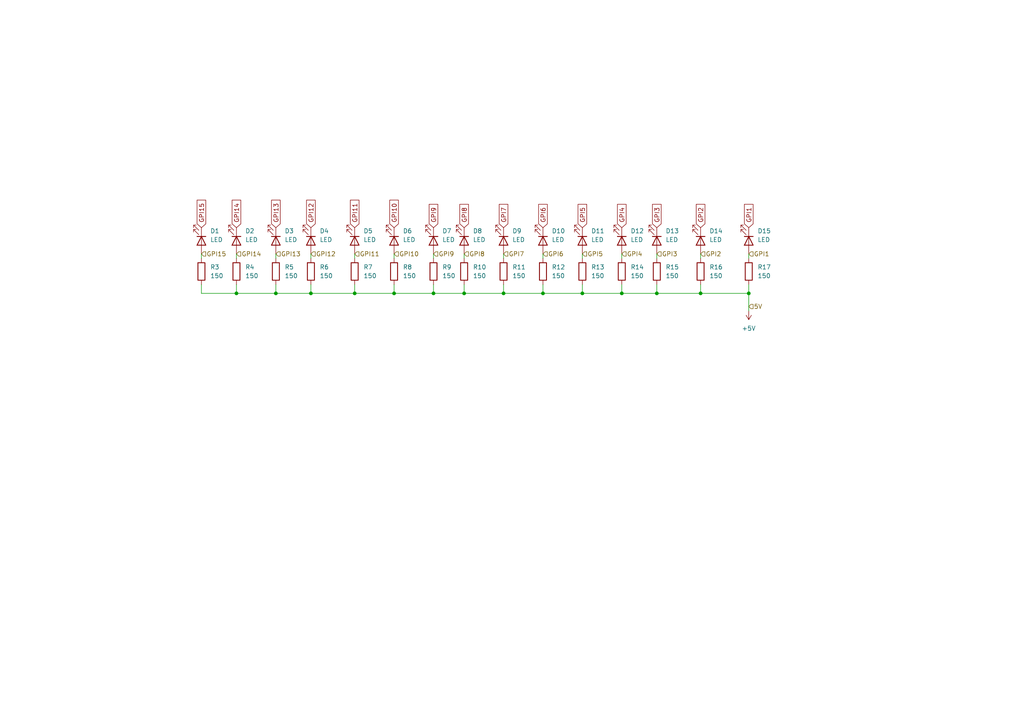
<source format=kicad_sch>
(kicad_sch (version 20231120) (generator "eeschema") (generator_version "8.0")
  (paper "A4")
  (lib_symbols
    (symbol "Device:LED" (pin_numbers hide) (pin_names (offset 1.016) hide)
      (property "Reference" "D" (at 0 2.54 0))
      (property "Value" "LED" (at 0 -2.54 0))
      (symbol "LED_0_1"
        (polyline (pts (xy -1.27 -1.27) (xy -1.27 1.27)) (stroke (width 0.254)))
        (polyline (pts (xy -1.27 0) (xy 1.27 0)))
        (polyline (pts (xy 1.27 -1.27) (xy 1.27 1.27) (xy -1.27 0) (xy 1.27 -1.27)) (stroke (width 0.254)))
        (polyline (pts (xy -3.048 -0.762) (xy -4.572 -2.286) (xy -3.81 -2.286) (xy -4.572 -2.286) (xy -4.572 -1.524)))
        (polyline (pts (xy -1.778 -0.762) (xy -3.302 -2.286) (xy -2.54 -2.286) (xy -3.302 -2.286) (xy -3.302 -1.524)))
      )
      (symbol "LED_1_1"
        (pin passive line (at -3.81 0 0) (length 2.54) (name "K") (number "1"))
        (pin passive line (at 3.81 0 180) (length 2.54) (name "A") (number "2"))
      )
    )
    (symbol "Device:R" (pin_numbers hide) (pin_names (offset 0))
      (property "Reference" "R" (at 2.032 0 90))
      (property "Value" "R" (at 0 0 90))
      (symbol "R_0_1"
        (rectangle (start -1.016 -2.54) (end 1.016 2.54) (stroke (width 0.254)))
      )
      (symbol "R_1_1"
        (pin passive line (at 0 3.81 270) (length 1.27) (name "~") (number "1"))
        (pin passive line (at 0 -3.81 90) (length 1.27) (name "~") (number "2"))
      )
    )
    (symbol "power:+5V" (power) (pin_numbers hide) (pin_names (offset 0) hide)
      (property "Value" "+5V" (at 0 3.556 0))
      (symbol "+5V_0_1"
        (polyline (pts (xy -0.762 1.27) (xy 0 2.54)))
        (polyline (pts (xy 0 0) (xy 0 2.54)))
        (polyline (pts (xy 0 2.54) (xy 0.762 1.27)))
      )
      (symbol "+5V_1_1"
        (pin power_in line (at 0 0 90) (length 0) (name "~") (number "1"))
      )
    )
  )
  (junction (at 146.05 85.09))
  (junction (at 168.91 85.09))
  (junction (at 125.73 85.09))
  (junction (at 134.62 85.09))
  (junction (at 90.17 85.09))
  (junction (at 102.87 85.09))
  (junction (at 114.3 85.09))
  (junction (at 157.48 85.09))
  (junction (at 203.2 85.09))
  (junction (at 190.5 85.09))
  (junction (at 217.17 85.09))
  (junction (at 68.58 85.09))
  (junction (at 80.01 85.09))
  (junction (at 180.34 85.09))
  (wire (pts (xy 180.34 82.55) (xy 180.34 85.09)))
  (wire (pts (xy 190.5 74.93) (xy 190.5 73.66)))
  (wire (pts (xy 146.05 85.09) (xy 157.48 85.09)))
  (wire (pts (xy 90.17 82.55) (xy 90.17 85.09)))
  (wire (pts (xy 217.17 74.93) (xy 217.17 73.66)))
  (wire (pts (xy 80.01 82.55) (xy 80.01 85.09)))
  (wire (pts (xy 168.91 74.93) (xy 168.91 73.66)))
  (wire (pts (xy 217.17 85.09) (xy 217.17 82.55)))
  (wire (pts (xy 157.48 82.55) (xy 157.48 85.09)))
  (wire (pts (xy 134.62 74.93) (xy 134.62 73.66)))
  (wire (pts (xy 68.58 82.55) (xy 68.58 85.09)))
  (wire (pts (xy 102.87 82.55) (xy 102.87 85.09)))
  (wire (pts (xy 134.62 82.55) (xy 134.62 85.09)))
  (wire (pts (xy 217.17 90.17) (xy 217.17 85.09)))
  (wire (pts (xy 125.73 82.55) (xy 125.73 85.09)))
  (wire (pts (xy 203.2 82.55) (xy 203.2 85.09)))
  (wire (pts (xy 125.73 85.09) (xy 134.62 85.09)))
  (wire (pts (xy 58.42 74.93) (xy 58.42 73.66)))
  (wire (pts (xy 114.3 82.55) (xy 114.3 85.09)))
  (wire (pts (xy 203.2 73.66) (xy 203.2 74.93)))
  (wire (pts (xy 180.34 74.93) (xy 180.34 73.66)))
  (wire (pts (xy 180.34 85.09) (xy 190.5 85.09)))
  (wire (pts (xy 80.01 85.09) (xy 90.17 85.09)))
  (wire (pts (xy 90.17 85.09) (xy 102.87 85.09)))
  (wire (pts (xy 157.48 74.93) (xy 157.48 73.66)))
  (wire (pts (xy 125.73 74.93) (xy 125.73 73.66)))
  (wire (pts (xy 80.01 74.93) (xy 80.01 73.66)))
  (wire (pts (xy 68.58 85.09) (xy 80.01 85.09)))
  (wire (pts (xy 68.58 74.93) (xy 68.58 73.66)))
  (wire (pts (xy 90.17 74.93) (xy 90.17 73.66)))
  (wire (pts (xy 134.62 85.09) (xy 146.05 85.09)))
  (wire (pts (xy 58.42 82.55) (xy 58.42 85.09)))
  (wire (pts (xy 114.3 85.09) (xy 125.73 85.09)))
  (wire (pts (xy 102.87 85.09) (xy 114.3 85.09)))
  (wire (pts (xy 102.87 74.93) (xy 102.87 73.66)))
  (wire (pts (xy 114.3 74.93) (xy 114.3 73.66)))
  (wire (pts (xy 157.48 85.09) (xy 168.91 85.09)))
  (wire (pts (xy 190.5 82.55) (xy 190.5 85.09)))
  (wire (pts (xy 203.2 85.09) (xy 217.17 85.09)))
  (wire (pts (xy 146.05 74.93) (xy 146.05 73.66)))
  (wire (pts (xy 168.91 85.09) (xy 180.34 85.09)))
  (wire (pts (xy 58.42 85.09) (xy 68.58 85.09)))
  (wire (pts (xy 146.05 82.55) (xy 146.05 85.09)))
  (wire (pts (xy 190.5 85.09) (xy 203.2 85.09)))
  (wire (pts (xy 168.91 82.55) (xy 168.91 85.09)))
  (global_label "GPI2" (shape input) (at 203.2 66.04 90) (property "Intersheetrefs" "${INTERSHEET_REFS}" (effects (hide yes))))
  (global_label "GPI13" (shape input) (at 80.01 66.04 90) (property "Intersheetrefs" "${INTERSHEET_REFS}" (effects (hide yes))))
  (global_label "GPI8" (shape input) (at 134.62 66.04 90) (property "Intersheetrefs" "${INTERSHEET_REFS}" (effects (hide yes))))
  (global_label "GPI11" (shape input) (at 102.87 66.04 90) (property "Intersheetrefs" "${INTERSHEET_REFS}" (effects (hide yes))))
  (global_label "GPI7" (shape input) (at 146.05 66.04 90) (property "Intersheetrefs" "${INTERSHEET_REFS}" (effects (hide yes))))
  (global_label "GPI15" (shape input) (at 58.42 66.04 90) (property "Intersheetrefs" "${INTERSHEET_REFS}" (effects (hide yes))))
  (global_label "GPI4" (shape input) (at 180.34 66.04 90) (property "Intersheetrefs" "${INTERSHEET_REFS}" (effects (hide yes))))
  (global_label "GPI3" (shape input) (at 190.5 66.04 90) (property "Intersheetrefs" "${INTERSHEET_REFS}" (effects (hide yes))))
  (global_label "GPI1" (shape input) (at 217.17 66.04 90) (property "Intersheetrefs" "${INTERSHEET_REFS}" (effects (hide yes))))
  (global_label "GPI14" (shape input) (at 68.58 66.04 90) (property "Intersheetrefs" "${INTERSHEET_REFS}" (effects (hide yes))))
  (global_label "GPI6" (shape input) (at 157.48 66.04 90) (property "Intersheetrefs" "${INTERSHEET_REFS}" (effects (hide yes))))
  (global_label "GPI5" (shape input) (at 168.91 66.04 90) (property "Intersheetrefs" "${INTERSHEET_REFS}" (effects (hide yes))))
  (global_label "GPI9" (shape input) (at 125.73 66.04 90) (property "Intersheetrefs" "${INTERSHEET_REFS}" (effects (hide yes))))
  (global_label "GPI10" (shape input) (at 114.3 66.04 90) (property "Intersheetrefs" "${INTERSHEET_REFS}" (effects (hide yes))))
  (global_label "GPI12" (shape input) (at 90.17 66.04 90) (property "Intersheetrefs" "${INTERSHEET_REFS}" (effects (hide yes))))
  (hierarchical_label "GPI1" (shape input) (at 217.17 73.66 0))
  (hierarchical_label "GPI15" (shape input) (at 58.42 73.66 0))
  (hierarchical_label "GPI10" (shape input) (at 114.3 73.66 0))
  (hierarchical_label "GPI12" (shape input) (at 90.17 73.66 0))
  (hierarchical_label "GPI13" (shape input) (at 80.01 73.66 0))
  (hierarchical_label "GPI3" (shape input) (at 190.5 73.66 0))
  (hierarchical_label "GPI5" (shape input) (at 168.91 73.66 0))
  (hierarchical_label "5V" (shape input) (at 217.17 88.9 0))
  (hierarchical_label "GPI11" (shape input) (at 102.87 73.66 0))
  (hierarchical_label "GPI14" (shape input) (at 68.58 73.66 0))
  (hierarchical_label "GPI9" (shape input) (at 125.73 73.66 0))
  (hierarchical_label "GPI4" (shape input) (at 180.34 73.66 0))
  (hierarchical_label "GPI6" (shape input) (at 157.48 73.66 0))
  (hierarchical_label "GPI8" (shape input) (at 134.62 73.66 0))
  (hierarchical_label "GPI2" (shape input) (at 203.2 73.66 0))
  (hierarchical_label "GPI7" (shape input) (at 146.05 73.66 0))
  (symbol (lib_id "Device:R") (at 114.3 78.74 0) (unit 1)
    (property "Reference" "R8" (at 116.84 77.4699 0) (effects (justify left)))
    (property "Value" "150" (at 116.84 80.0099 0) (effects (justify left)))
    (property "Description" "Resistor" (effects (hide yes)))
  )
  (symbol (lib_id "Device:LED") (at 157.48 69.85 270) (unit 1)
    (property "Reference" "D10" (at 160.02 66.9924 90) (effects (justify left)))
    (property "Value" "LED" (at 160.02 69.5324 90) (effects (justify left)))
    (property "Description" "Light emitting diode" (effects (hide yes)))
  )
  (symbol (lib_id "Device:R") (at 68.58 78.74 0) (unit 1)
    (property "Reference" "R4" (at 71.12 77.4699 0) (effects (justify left)))
    (property "Value" "150" (at 71.12 80.0099 0) (effects (justify left)))
    (property "Description" "Resistor" (effects (hide yes)))
  )
  (symbol (lib_id "power:+5V") (at 217.17 90.17 180) (unit 1)
    (property "Reference" "#PWR028" (effects (hide yes)))
    (property "Value" "+5V" (at 217.17 95.25 0))
    (property "Description" "Power symbol creates a global label with name \"+5V\"" (effects (hide yes)))
  )
  (symbol (lib_id "Device:R") (at 90.17 78.74 0) (unit 1)
    (property "Reference" "R6" (at 92.71 77.4699 0) (effects (justify left)))
    (property "Value" "150" (at 92.71 80.0099 0) (effects (justify left)))
    (property "Description" "Resistor" (effects (hide yes)))
  )
  (symbol (lib_id "Device:LED") (at 125.73 69.85 270) (unit 1)
    (property "Reference" "D7" (at 128.27 66.9924 90) (effects (justify left)))
    (property "Value" "LED" (at 128.27 69.5324 90) (effects (justify left)))
    (property "Description" "Light emitting diode" (effects (hide yes)))
  )
  (symbol (lib_id "Device:LED") (at 180.34 69.85 270) (unit 1)
    (property "Reference" "D12" (at 182.88 66.9924 90) (effects (justify left)))
    (property "Value" "LED" (at 182.88 69.5324 90) (effects (justify left)))
    (property "Description" "Light emitting diode" (effects (hide yes)))
  )
  (symbol (lib_id "Device:R") (at 134.62 78.74 0) (unit 1)
    (property "Reference" "R10" (at 137.16 77.4699 0) (effects (justify left)))
    (property "Value" "150" (at 137.16 80.0099 0) (effects (justify left)))
    (property "Description" "Resistor" (effects (hide yes)))
  )
  (symbol (lib_id "Device:R") (at 146.05 78.74 0) (unit 1)
    (property "Reference" "R11" (at 148.59 77.4699 0) (effects (justify left)))
    (property "Value" "150" (at 148.59 80.0099 0) (effects (justify left)))
    (property "Description" "Resistor" (effects (hide yes)))
  )
  (symbol (lib_id "Device:LED") (at 134.62 69.85 270) (unit 1)
    (property "Reference" "D8" (at 137.16 66.9924 90) (effects (justify left)))
    (property "Value" "LED" (at 137.16 69.5324 90) (effects (justify left)))
    (property "Description" "Light emitting diode" (effects (hide yes)))
  )
  (symbol (lib_id "Device:LED") (at 168.91 69.85 270) (unit 1)
    (property "Reference" "D11" (at 171.45 66.9924 90) (effects (justify left)))
    (property "Value" "LED" (at 171.45 69.5324 90) (effects (justify left)))
    (property "Description" "Light emitting diode" (effects (hide yes)))
  )
  (symbol (lib_id "Device:LED") (at 68.58 69.85 270) (unit 1)
    (property "Reference" "D2" (at 71.12 66.9924 90) (effects (justify left)))
    (property "Value" "LED" (at 71.12 69.5324 90) (effects (justify left)))
    (property "Description" "Light emitting diode" (effects (hide yes)))
  )
  (symbol (lib_id "Device:LED") (at 217.17 69.85 270) (unit 1)
    (property "Reference" "D15" (at 219.71 66.9924 90) (effects (justify left)))
    (property "Value" "LED" (at 219.71 69.5324 90) (effects (justify left)))
    (property "Description" "Light emitting diode" (effects (hide yes)))
  )
  (symbol (lib_id "Device:LED") (at 114.3 69.85 270) (unit 1)
    (property "Reference" "D6" (at 116.84 66.9924 90) (effects (justify left)))
    (property "Value" "LED" (at 116.84 69.5324 90) (effects (justify left)))
    (property "Description" "Light emitting diode" (effects (hide yes)))
  )
  (symbol (lib_id "Device:R") (at 58.42 78.74 0) (unit 1)
    (property "Reference" "R3" (at 60.96 77.4699 0) (effects (justify left)))
    (property "Value" "150" (at 60.96 80.0099 0) (effects (justify left)))
    (property "Description" "Resistor" (effects (hide yes)))
  )
  (symbol (lib_id "Device:LED") (at 203.2 69.85 270) (unit 1)
    (property "Reference" "D14" (at 205.74 66.9924 90) (effects (justify left)))
    (property "Value" "LED" (at 205.74 69.5324 90) (effects (justify left)))
    (property "Description" "Light emitting diode" (effects (hide yes)))
  )
  (symbol (lib_id "Device:R") (at 203.2 78.74 0) (unit 1)
    (property "Reference" "R16" (at 205.74 77.4699 0) (effects (justify left)))
    (property "Value" "150" (at 205.74 80.0099 0) (effects (justify left)))
    (property "Description" "Resistor" (effects (hide yes)))
  )
  (symbol (lib_id "Device:LED") (at 102.87 69.85 270) (unit 1)
    (property "Reference" "D5" (at 105.41 66.9924 90) (effects (justify left)))
    (property "Value" "LED" (at 105.41 69.5324 90) (effects (justify left)))
    (property "Description" "Light emitting diode" (effects (hide yes)))
  )
  (symbol (lib_id "Device:R") (at 217.17 78.74 0) (unit 1)
    (property "Reference" "R17" (at 219.71 77.4699 0) (effects (justify left)))
    (property "Value" "150" (at 219.71 80.0099 0) (effects (justify left)))
    (property "Description" "Resistor" (effects (hide yes)))
  )
  (symbol (lib_id "Device:LED") (at 80.01 69.85 270) (unit 1)
    (property "Reference" "D3" (at 82.55 66.9924 90) (effects (justify left)))
    (property "Value" "LED" (at 82.55 69.5324 90) (effects (justify left)))
    (property "Description" "Light emitting diode" (effects (hide yes)))
  )
  (symbol (lib_id "Device:R") (at 80.01 78.74 0) (unit 1)
    (property "Reference" "R5" (at 82.55 77.4699 0) (effects (justify left)))
    (property "Value" "150" (at 82.55 80.0099 0) (effects (justify left)))
    (property "Description" "Resistor" (effects (hide yes)))
  )
  (symbol (lib_id "Device:R") (at 102.87 78.74 0) (unit 1)
    (property "Reference" "R7" (at 105.41 77.4699 0) (effects (justify left)))
    (property "Value" "150" (at 105.41 80.0099 0) (effects (justify left)))
    (property "Description" "Resistor" (effects (hide yes)))
  )
  (symbol (lib_id "Device:R") (at 157.48 78.74 0) (unit 1)
    (property "Reference" "R12" (at 160.02 77.4699 0) (effects (justify left)))
    (property "Value" "150" (at 160.02 80.0099 0) (effects (justify left)))
    (property "Description" "Resistor" (effects (hide yes)))
  )
  (symbol (lib_id "Device:R") (at 180.34 78.74 0) (unit 1)
    (property "Reference" "R14" (at 182.88 77.4699 0) (effects (justify left)))
    (property "Value" "150" (at 182.88 80.0099 0) (effects (justify left)))
    (property "Description" "Resistor" (effects (hide yes)))
  )
  (symbol (lib_id "Device:R") (at 168.91 78.74 0) (unit 1)
    (property "Reference" "R13" (at 171.45 77.4699 0) (effects (justify left)))
    (property "Value" "150" (at 171.45 80.0099 0) (effects (justify left)))
    (property "Description" "Resistor" (effects (hide yes)))
  )
  (symbol (lib_id "Device:R") (at 125.73 78.74 0) (unit 1)
    (property "Reference" "R9" (at 128.27 77.4699 0) (effects (justify left)))
    (property "Value" "150" (at 128.27 80.0099 0) (effects (justify left)))
    (property "Description" "Resistor" (effects (hide yes)))
  )
  (symbol (lib_id "Device:LED") (at 90.17 69.85 270) (unit 1)
    (property "Reference" "D4" (at 92.71 66.9924 90) (effects (justify left)))
    (property "Value" "LED" (at 92.71 69.5324 90) (effects (justify left)))
    (property "Description" "Light emitting diode" (effects (hide yes)))
  )
  (symbol (lib_id "Device:LED") (at 190.5 69.85 270) (unit 1)
    (property "Reference" "D13" (at 193.04 66.9924 90) (effects (justify left)))
    (property "Value" "LED" (at 193.04 69.5324 90) (effects (justify left)))
    (property "Description" "Light emitting diode" (effects (hide yes)))
  )
  (symbol (lib_id "Device:LED") (at 146.05 69.85 270) (unit 1)
    (property "Reference" "D9" (at 148.59 66.9924 90) (effects (justify left)))
    (property "Value" "LED" (at 148.59 69.5324 90) (effects (justify left)))
    (property "Description" "Light emitting diode" (effects (hide yes)))
  )
  (symbol (lib_id "Device:LED") (at 58.42 69.85 270) (unit 1)
    (property "Reference" "D1" (at 60.96 66.9924 90) (effects (justify left)))
    (property "Value" "LED" (at 60.96 69.5324 90) (effects (justify left)))
    (property "Description" "Light emitting diode" (effects (hide yes)))
  )
  (symbol (lib_id "Device:R") (at 190.5 78.74 0) (unit 1)
    (property "Reference" "R15" (at 193.04 77.4699 0) (effects (justify left)))
    (property "Value" "150" (at 193.04 80.0099 0) (effects (justify left)))
    (property "Description" "Resistor" (effects (hide yes)))
  )
)
</source>
